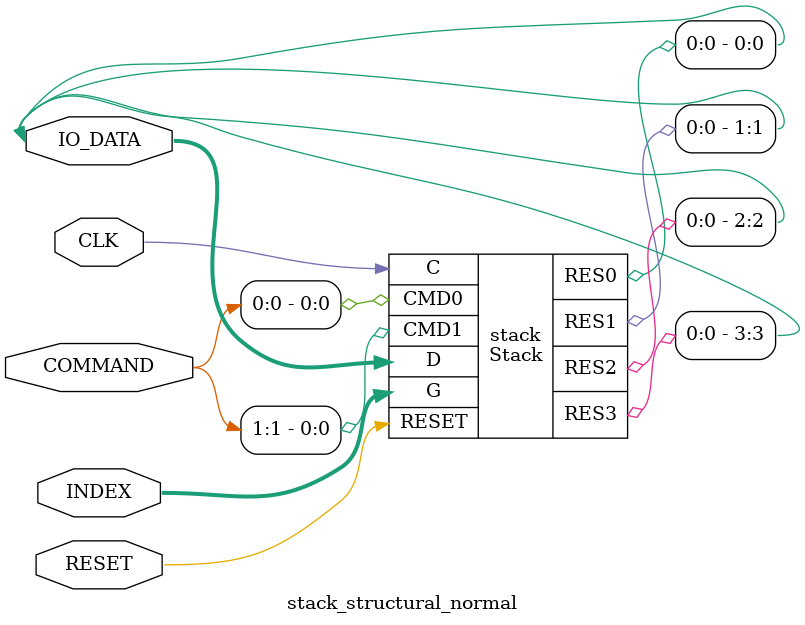
<source format=sv>
module module5 (
    output wire S0, S1, S2, S3, S4,
    input wire A0, A1, A2
);
    and result0(S0, ~A0, ~A1, ~A2);
    and result1(S1, A0, ~A1, ~A2);
    and result2(S2, ~A0, A1, ~A2);
    and result3(S3, A0, A1, ~A2);
    and result4(S4, ~A0, ~A1, A2);
endmodule

module decrModule5(output wire R0, R1, R2, input wire A0, A1, A2, B0, B1, B2);
    wire X00, X01, X02; // for A2A1A0 mod 5
    wire T0, T1, T2, T3, T4; // temporary wires
    module5 ttf1(.A0(A0), .A1(A1), .A2(A2), .S0(T0), .S1(T1), .S2(T2), .S3(T3), .S4(T4));
    getBinIndex fft1(.A0(X00), .A1(X01), .A2(X02), .S0(T0), .S1(T1), .S2(T2), .S3(T3), .S4(T4));
    wire X10, X11, X12; // A2A1A0 - 1 mod 5
    wire X20, X21, X22; // A2A1A0 - 2 mod 5
    wire X30, X31, X32; // A2A1A0 - 3 mod 5
    wire X40, X41, X42; // A2A1A0 - 4 mod 5
    decrement m0(.A0(X00), .A1(X01), .A2(X02), .B0(X10), .B1(X11), .B2(X12));
    decrement m1(.A0(X10), .A1(X11), .A2(X12), .B0(X20), .B1(X21), .B2(X22));
    decrement m2(.A0(X20), .A1(X21), .A2(X22), .B0(X30), .B1(X31), .B2(X32));
    decrement m3(.A0(X30), .A1(X31), .A2(X32), .B0(X40), .B1(X41), .B2(X42));

    wire S0, S1, S2, S3, S4;
    module5 ttf2(.A0(B0), .A1(B1), .A2(B2), .S0(S0), .S1(S1), .S2(S2), .S3(S3), .S4(S4));

    getter c0(.B0(S0), .B1(S1), .B2(S2), .B3(S3), .B4(S4), .V0(X00), .V1(X10), .V2(X20), .V3(X30), .V4(X40), .OUT(R0));
    getter c1(.B0(S0), .B1(S1), .B2(S2), .B3(S3), .B4(S4), .V0(X01), .V1(X11), .V2(X21), .V3(X31), .V4(X41), .OUT(R1));
    getter c2(.B0(S0), .B1(S1), .B2(S2), .B3(S3), .B4(S4), .V0(X02), .V1(X12), .V2(X22), .V3(X32), .V4(X42), .OUT(R2));
endmodule

module getBinIndex (
    output wire A0, A1, A2,
    input wire S0, S1, S2, S3, S4
);
    or OR0(A0, S1, S3);
    or OR1(A1, S2, S3);
    or OR2(A2, S4);
endmodule

module increment (
    output wire B0, B1, B2,
    input wire A0, A1, A2
);
    wire S0, S1, S2, S3, S4;
    module5 ttf(.A0(A0), .A1(A1), .A2(A2), .S0(S0), .S1(S1), .S2(S2), .S3(S3), .S4(S4));
    getBinIndex fft(.S0(S4), .S1(S0), .S2(S1), .S3(S2), .S4(S3), .A0(B0), .A1(B1), .A2(B2));
endmodule

module decrement (
    output wire B0, B1, B2,
    input wire A0, A1, A2
);
    wire S0, S1, S2, S3, S4;
    module5 ttf(.A0(A0), .A1(A1), .A2(A2), .S0(S0), .S1(S1), .S2(S2), .S3(S3), .S4(S4));
    getBinIndex fft(.S0(S1), .S1(S2), .S2(S3), .S3(S4), .S4(S0), .A0(B0), .A1(B1), .A2(B2));
endmodule

module indicator(output wire INF1, INF2, input wire CMD0, CMD1);
    wire xorOps; // CMD0 ^ CMD1
    xor make_xorOps(xorOps, CMD0, CMD1);
    wire not_xorOps; not make_not_xorOps(not_xorOps, xorOps);
    or make_inf1(INF1, not_xorOps, CMD1);
    or make_inf2(INF2, not_xorOps, CMD0);
endmodule

module D_trigger(output wire Q, input wire C, D);
    wire w1, w2, notQ, notD;
    not ND(notD, D);

    and IN1(w1, C, notD);
    and IN2(w2, C, D);
    nor NOR1(notQ, Q, w2);
    nor NOR2(Q, notQ, w1);
endmodule

module pusher(output wire Out0, Out1, Out2, input wire In0, In1, In2, B);
    and AND0(Out0, In0, B);
    and AND1(Out1, In1, B);
    and AND2(Out2, In2, B);
endmodule

module getter(output wire OUT, input wire B0, B1, B2, B3, B4, V0, V1, V2, V3, V4);
    wire[4:0] PUSH;
    and PV0(PUSH[0], B0, V0);
    and PV1(PUSH[1], B1, V1);
    and PV2(PUSH[2], B2, V2);
    and PV3(PUSH[3], B3, V3);
    and PV4(PUSH[4], B4, V4);
    or out(OUT, PUSH[0], PUSH[1], PUSH[2], PUSH[3], PUSH[4]);
endmodule

module mem4bit(output wire Q0, Q1, Q2, Q3, input wire R, C, D0, D1, D2, D3);
    wire notR; not nr(notR, R);
    wire RorC; or r_or_c(RorC, R, C);
    wire D0andNR; and AND0(D0andNR, D0, notR);
    wire D1andNR; and AND1(D1andNR, D1, notR);
    wire D2andNR; and AND2(D2andNR, D2, notR);
    wire D3andNR; and AND3(D3andNR, D3, notR);
    D_trigger d_tr0(.C(RorC), .D(D0andNR), .Q(Q0));
    D_trigger d_tr1(.C(RorC), .D(D1andNR), .Q(Q1));
    D_trigger d_tr2(.C(RorC), .D(D2andNR), .Q(Q2));
    D_trigger d_tr3(.C(RorC), .D(D3andNR), .Q(Q3));
endmodule

module demux(output wire C0, C1, C2, C3, C4, input wire A0, A1, A2, C);
    wire S0, S1, S2, S3, S4;
    module5 ttf(.A0(A0), .A1(A1), .A2(A2), .S0(S0), .S1(S1), .S2(S2), .S3(S3), .S4(S4));
    and c0(C0, C, S0);
    and c1(C1, C, S1);
    and c2(C2, C, S2);
    and c3(C3, C, S3);
    and c4(C4, C, S4);
endmodule

module mux(output wire Q0, Q1, Q2, Q3, input wire A0, A1, A2, D0, D1, D2, D3, D4, D5, D6, D7, D8, D9, D10, D11, D12, D13, D14, D15, D16, D17, D18, D19);
    wire S0, S1, S2, S3, S4;
    module5 mux_three_to_five(.A0(A0), .A1(A1), .A2(A2), .S0(S0), .S1(S1), .S2(S2), .S3(S3), .S4(S4));
    wire D0S0; and And_0_0(D0S0, D0, S0);
    wire D1S0; and And_1_0(D1S0, D1, S0);
    wire D2S0; and And_2_0(D2S0, D2, S0);
    wire D3S0; and And_3_0(D3S0, D3, S0);
    wire D4S1; and And_4_1(D4S1, D4, S1);
    wire D5S1; and And_5_1(D5S1, D5, S1);
    wire D6S1; and And_6_1(D6S1, D6, S1);
    wire D7S1; and And_7_1(D7S1, D7, S1);
    wire D8S2; and And_8_2(D8S2, D8, S2);
    wire D9S2; and And_9_2(D9S2, D9, S2);
    wire D10S2; and And_10_2(D10S2, D10, S2);
    wire D11S2; and And_11_2(D11S2, D11, S2);
    wire D12S3; and And_12_3(D12S3, D12, S3);
    wire D13S3; and And_13_3(D13S3, D13, S3);
    wire D14S3; and And_14_3(D14S3, D14, S3);
    wire D15S3; and And_15_3(D15S3, D15, S3);
    wire D16S4; and And_16_4(D16S4, D16, S4);
    wire D17S4; and And_17_4(D17S4, D17, S4);
    wire D18S4; and And_18_4(D18S4, D18, S4);
    wire D19S4; and And_19_4(D19S4, D19, S4);

    or OR0(Q0, D0S0, D4S1, D8S2, D12S3, D16S4);
    or OR1(Q1, D1S0, D5S1, D9S2, D13S3, D17S4);
    or OR2(Q2, D2S0, D6S1, D10S2, D14S3, D18S4);
    or OR3(Q3, D3S0, D7S1, D11S2, D15S3, D19S4);
endmodule

module cells(output wire Q0, Q1, Q2, Q3, input wire A0, A1, A2, R_W, C, RESET, D0, D1, D2, D3);
    wire C0, C1, C2, C3, C4;
    wire W0, W1, W2, W3, W4, W5, W6, W7, W8, W9, W10, W11, W12, W13, W14, W15, W16, W17, W18, W19;
    wire RWandC; and make_RWandC(RWandC, R_W, C);
    demux dmx(.A0(A0), .A1(A1), .A2(A2), .C(RWandC), .C0(C0), .C1(C1), .C2(C2), .C3(C3), .C4(C4));
    mem4bit cell0(.R(RESET), .C(C0), .D0(D0), .D1(D1), .D2(D2), .D3(D3), .Q0(W0), .Q1(W1), .Q2(W2), .Q3(W3));
    mem4bit cell1(.R(RESET), .C(C1), .D0(D0), .D1(D1), .D2(D2), .D3(D3), .Q0(W4), .Q1(W5), .Q2(W6), .Q3(W7));
    mem4bit cell2(.R(RESET), .C(C2), .D0(D0), .D1(D1), .D2(D2), .D3(D3), .Q0(W8), .Q1(W9), .Q2(W10), .Q3(W11));
    mem4bit cell3(.R(RESET), .C(C3), .D0(D0), .D1(D1), .D2(D2), .D3(D3), .Q0(W12), .Q1(W13), .Q2(W14), .Q3(W15));
    mem4bit cell4(.R(RESET), .C(C4), .D0(D0), .D1(D1), .D2(D2), .D3(D3), .Q0(W16), .Q1(W17), .Q2(W18), .Q3(W19));
    mux mx(.A0(A0), .A1(A1), .A2(A2), .D0(W0), .D1(W1), .D2(W2), .D3(W3), .D4(W4), .D5(W5), .D6(W6), .D7(W7), .D8(W8), .D9(W9), .D10(W10), .D11(W11), .D12(W12), .D13(W13), .D14(W14), .D15(W15), .D16(W16), .D17(W17), .D18(W18), .D19(W19), .Q0(Q0), .Q1(Q1), .Q2(Q2), .Q3(Q3));
endmodule

module savePointer(output wire[2:0] SAVED, NEW, input wire INF1, INF2, RESET, C);
    wire notRESET; not nR(notRESET, RESET);
    wire INF1andNOTRESET; and make_inf1andnR(INF1andNOTRESET, INF1, notRESET);
    wire INF2andNOTRESET; and make_inf2andnR(INF2andNOTRESET, INF2, notRESET);
    wire notC; not nC(notC, C);
    wire RESETorC; or make_RorC(RESETorC, RESET, C);
    wire RESETornC; or make_RornC(RESETornC, RESET, notC);

    wire[2:0] D;
    movePointer pmdf(.INF1(INF1andNOTRESET), .INF2(INF2andNOTRESET), .A0(SAVED[0]), .A1(SAVED[1]), .A2(SAVED[2]), .N0(D[0]), .N1(D[1]), .N2(D[2]));
    D_trigger dtr_n0(.C(RESETorC), .D(D[0]), .Q(NEW[0]));
    D_trigger dtr_n1(.C(RESETorC), .D(D[1]), .Q(NEW[1]));
    D_trigger dtr_n2(.C(RESETorC), .D(D[2]), .Q(NEW[2]));

    D_trigger dtr_s0(.C(RESETornC), .D(NEW[0]), .Q(SAVED[0]));
    D_trigger dtr_s1(.C(RESETornC), .D(NEW[1]), .Q(SAVED[1]));
    D_trigger dtr_s2(.C(RESETornC), .D(NEW[2]), .Q(SAVED[2]));
endmodule

module movePointer(output wire N0, N1, N2, input wire INF1, INF2, A0, A1, A2);
    wire notINF1; not ni1(notINF1, INF1);
    wire notINF2; not ni2(notINF2, INF2);
    wire PLUS, SAVE, MINUS;
    and plus_and(PLUS, notINF1,  INF2);
    and minus_and(MINUS, notINF2,  INF1);
    and save_and(SAVE, INF1,  INF2);
    wire P0, P1, P2; // pointer + 1
    increment p1(.A0(A0), .A1(A1), .A2(A2), .B0(P0), .B1(P1), .B2(P2));
    wire M0, M1, M2; // pointer - 1
    decrement m1(.A0(A0), .A1(A1), .A2(A2), .B0(M0), .B1(M1), .B2(M2));
    wire AA0, AA1, AA2; pusher save_pusher(.In0(A0), .In1(A1), .In2(A2), .B(SAVE), .Out0(AA0), .Out1(AA1), .Out2(AA2));
    wire MM0, MM1, MM2; pusher save_minus(.In0(M0), .In1(M1), .In2(M2), .B(MINUS), .Out0(MM0), .Out1(MM1), .Out2(MM2));
    wire PP0, PP1, PP2; pusher save_plus(.In0(P0), .In1(P1), .In2(P2), .B(PLUS), .Out0(PP0), .Out1(PP1), .Out2(PP2));
    or n0(N0, AA0, MM0, PP0);
    or n1(N1, AA1, MM1, PP1);
    or n2(N2, AA2, MM2, PP2);
endmodule

module io_helper(output wire Q, input wire A, B);
    wire nA; not make_nA(nA, A);
    nmos p_tr(Q, (B), A);
    pmos n_tr(Q, (B), nA);
endmodule

module Stack(output wire RES0, RES1, RES2, RES3, input wire CMD0, CMD1, RESET, C, input wire[2:0] G, input wire[3:0] D);
    wire Q0, Q1, Q2, Q3;
    wire INF1, INF2;
    indicator oti(.CMD0(CMD0), .CMD1(CMD1), .INF1(INF1), .INF2(INF2));
    wire[2:0] SAVED;
    wire[2:0] NEW;
    savePointer pm(.INF1(INF1), .INF2(INF2), .RESET(RESET), .C(C), .SAVED(SAVED), .NEW(NEW));

    wire nCMD0; not not_op0(nCMD0, CMD0);
    wire nCMD1; not not_op1(nCMD1, CMD1);

    wire NCMD; and make_nop(NCMD, nCMD0, nCMD1);
    wire PUSH; and make_push(PUSH, CMD0, nCMD1);
    wire PCMD; and make_pop(PCMD, nCMD0, CMD1);
    wire GET; and make_get(GET, CMD0, CMD1);
    wire GETorPCMD; or make_get_ot_pop(GETorPCMD, PCMD, GET);
    wire NEED_TO_READ; and make_need_to_read(NEED_TO_READ, GETorPCMD, C);
    wire[2:0] PUSH_VALUES, PCMD_VALUES, GET_VALUES;
    // PUSH
    pusher tp_push(.In0(SAVED[0]), .In1(SAVED[1]), .In2(SAVED[2]), .B(PUSH), .Out0(PUSH_VALUES[0]), .Out1(PUSH_VALUES[1]), .Out2(PUSH_VALUES[2]));
    // PCMD
    pusher tp_pop(.In0(NEW[0]), .In1(NEW[1]), .In2(NEW[2]), .B(PCMD), .Out0(PCMD_VALUES[0]), .Out1(PCMD_VALUES[1]), .Out2(PCMD_VALUES[2]));
    // GET
    wire[2:0] G_PLUS1, G_MINUSED;
    increment plus1_get(.A0(G[0]), .A1(G[1]), .A2(G[2]), .B0(G_PLUS1[0]), .B1(G_PLUS1[1]), .B2(G_PLUS1[2]));
    decrModule5 minus_get(.A0(SAVED[0]), .A1(SAVED[1]), .A2(SAVED[2]), .B0(G_PLUS1[0]), .B1(G_PLUS1[1]), .B2(G_PLUS1[2]), .R0(G_MINUSED[0]), .R1(G_MINUSED[1]), .R2(G_MINUSED[2]));
    pusher tp_get(.In0(G_MINUSED[0]), .In1(G_MINUSED[1]), .In2(G_MINUSED[2]), .B(GET), .Out0(GET_VALUES[0]), .Out1(GET_VALUES[1]), .Out2(GET_VALUES[2]));


    wire stack_cells_A0; or make_mem_a0(stack_cells_A0, PUSH_VALUES[0], PCMD_VALUES[0], GET_VALUES[0]);
    wire stack_cells_A1; or make_mem_a1(stack_cells_A1, PUSH_VALUES[1], PCMD_VALUES[1], GET_VALUES[1]);
    wire stack_cells_A2; or make_mem_a2(stack_cells_A2, PUSH_VALUES[2], PCMD_VALUES[2], GET_VALUES[2]);

    cells stack_mem(.A0(stack_cells_A0), .A1(stack_cells_A1), .A2(stack_cells_A2), .R_W(PUSH), .C(C), .RESET(RESET), .D0(D[0]), .D1(D[1]), .D2(D[2]), .D3(D[3]), .Q0(Q0), .Q1(Q1), .Q2(Q2), .Q3(Q3));

    io_helper stack_result0(.A(NEED_TO_READ), .B(Q0), .Q(RES0));
    io_helper stack_result1(.A(NEED_TO_READ), .B(Q1), .Q(RES1));
    io_helper stack_result2(.A(NEED_TO_READ), .B(Q2), .Q(RES2));
    io_helper stack_result3(.A(NEED_TO_READ), .B(Q3), .Q(RES3));
endmodule

module stack_structural_normal(
    inout wire[3:0] IO_DATA,
    input wire RESET,
    input wire CLK,
    input wire[1:0] COMMAND,
    input wire[2:0] INDEX
    );

    Stack stack(.CMD0(COMMAND[0]), .CMD1(COMMAND[1]),
    .RESET(RESET), .C(CLK), .G(INDEX), .D(IO_DATA),
    .RES0(IO_DATA[0]), .RES1(IO_DATA[1]), .RES2(IO_DATA[2]), .RES3(IO_DATA[3]));

endmodule

</source>
